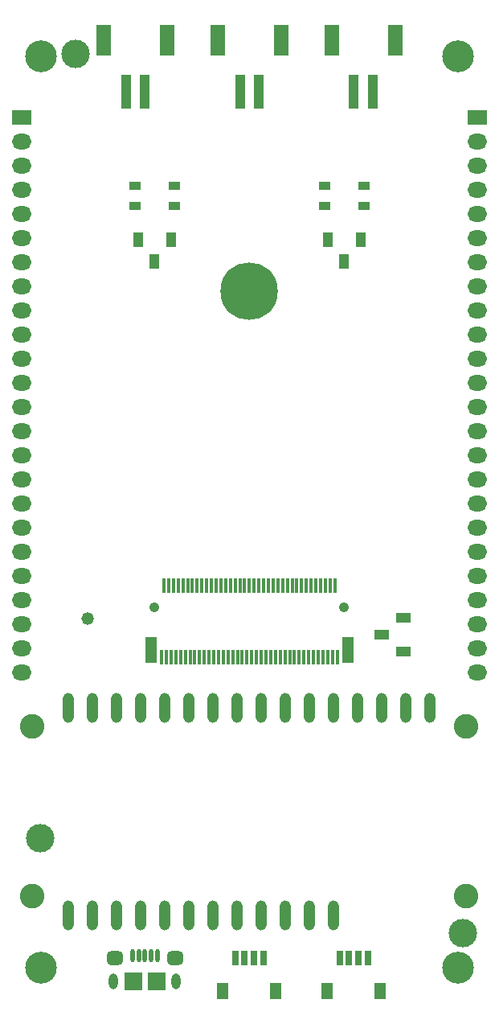
<source format=gts>
G04*
G04 #@! TF.GenerationSoftware,Altium Limited,Altium Designer,22.4.2 (48)*
G04*
G04 Layer_Color=8388736*
%FSLAX25Y25*%
%MOIN*%
G70*
G04*
G04 #@! TF.SameCoordinates,63F2D315-15D7-4541-B076-0863086383BD*
G04*
G04*
G04 #@! TF.FilePolarity,Negative*
G04*
G01*
G75*
%ADD26C,0.05197*%
%ADD27R,0.06496X0.04134*%
%ADD28R,0.02559X0.06299*%
%ADD29R,0.04921X0.06890*%
%ADD30R,0.06102X0.12795*%
%ADD31R,0.04134X0.13976*%
%ADD32R,0.01378X0.06299*%
%ADD33R,0.04921X0.11024*%
%ADD34O,0.01772X0.05512*%
%ADD35R,0.07677X0.07284*%
G04:AMPARAMS|DCode=36|XSize=64.96mil|YSize=57.09mil|CornerRadius=14.76mil|HoleSize=0mil|Usage=FLASHONLY|Rotation=180.000|XOffset=0mil|YOffset=0mil|HoleType=Round|Shape=RoundedRectangle|*
%AMROUNDEDRECTD36*
21,1,0.06496,0.02756,0,0,180.0*
21,1,0.03543,0.05709,0,0,180.0*
1,1,0.02953,-0.01772,0.01378*
1,1,0.02953,0.01772,0.01378*
1,1,0.02953,0.01772,-0.01378*
1,1,0.02953,-0.01772,-0.01378*
%
%ADD36ROUNDEDRECTD36*%
%ADD37R,0.04921X0.03347*%
%ADD38R,0.04134X0.06496*%
%ADD39C,0.11811*%
G04:AMPARAMS|DCode=40|XSize=47.64mil|YSize=124.02mil|CornerRadius=23.82mil|HoleSize=0mil|Usage=FLASHONLY|Rotation=0.000|XOffset=0mil|YOffset=0mil|HoleType=Round|Shape=RoundedRectangle|*
%AMROUNDEDRECTD40*
21,1,0.04764,0.07638,0,0,0.0*
21,1,0.00000,0.12402,0,0,0.0*
1,1,0.04764,0.00000,-0.03819*
1,1,0.04764,0.00000,-0.03819*
1,1,0.04764,0.00000,0.03819*
1,1,0.04764,0.00000,0.03819*
%
%ADD40ROUNDEDRECTD40*%
G04:AMPARAMS|DCode=41|XSize=45.28mil|YSize=124.02mil|CornerRadius=22.64mil|HoleSize=0mil|Usage=FLASHONLY|Rotation=0.000|XOffset=0mil|YOffset=0mil|HoleType=Round|Shape=RoundedRectangle|*
%AMROUNDEDRECTD41*
21,1,0.04528,0.07874,0,0,0.0*
21,1,0.00000,0.12402,0,0,0.0*
1,1,0.04528,0.00000,-0.03937*
1,1,0.04528,0.00000,-0.03937*
1,1,0.04528,0.00000,0.03937*
1,1,0.04528,0.00000,0.03937*
%
%ADD41ROUNDEDRECTD41*%
%ADD42C,0.04134*%
%ADD43O,0.03740X0.06496*%
%ADD44C,0.23819*%
%ADD45O,0.08071X0.06496*%
%ADD46R,0.08071X0.06496*%
%ADD47C,0.10197*%
%ADD48C,0.13189*%
D26*
X33000Y158500D02*
D03*
D27*
X154972Y152000D02*
D03*
X164028Y145110D02*
D03*
Y158890D02*
D03*
D28*
X137402Y18067D02*
D03*
X149213D02*
D03*
X145276D02*
D03*
X141339D02*
D03*
X94095D02*
D03*
X105905D02*
D03*
X101969D02*
D03*
X98032D02*
D03*
D29*
X132283Y4161D02*
D03*
X154331D02*
D03*
X88976D02*
D03*
X111024D02*
D03*
D30*
X113189Y398425D02*
D03*
X86811D02*
D03*
X65945D02*
D03*
X39567D02*
D03*
X160433D02*
D03*
X134055D02*
D03*
D31*
X103937Y376969D02*
D03*
X96063D02*
D03*
X56693D02*
D03*
X48819D02*
D03*
X151181D02*
D03*
X143307D02*
D03*
D32*
X69488Y142618D02*
D03*
X67520D02*
D03*
X71457D02*
D03*
X63583D02*
D03*
X65551D02*
D03*
X79331D02*
D03*
X77362D02*
D03*
X81299D02*
D03*
X73425D02*
D03*
X75394D02*
D03*
X85236D02*
D03*
X83268D02*
D03*
X87205D02*
D03*
X89173D02*
D03*
X97047D02*
D03*
X95079D02*
D03*
X99016D02*
D03*
X91142D02*
D03*
X93110D02*
D03*
X64567Y172343D02*
D03*
X66535D02*
D03*
X68504D02*
D03*
X70472D02*
D03*
X80315D02*
D03*
X78347D02*
D03*
X82284D02*
D03*
X72441D02*
D03*
X74410D02*
D03*
X76378D02*
D03*
X86221D02*
D03*
X84252D02*
D03*
X88189D02*
D03*
X90158D02*
D03*
X98032D02*
D03*
X96063D02*
D03*
X100000D02*
D03*
X92126D02*
D03*
X94095D02*
D03*
X106890Y142618D02*
D03*
X104921D02*
D03*
X108858D02*
D03*
X100984D02*
D03*
X102953D02*
D03*
X116732D02*
D03*
X114764D02*
D03*
X118701D02*
D03*
X110827D02*
D03*
X112795D02*
D03*
X126575D02*
D03*
X124606D02*
D03*
X128543D02*
D03*
X120669D02*
D03*
X122638D02*
D03*
X132480D02*
D03*
X130512D02*
D03*
X134449D02*
D03*
X136417D02*
D03*
X107874Y172343D02*
D03*
X105905D02*
D03*
X109843D02*
D03*
X101969D02*
D03*
X103937D02*
D03*
X115748D02*
D03*
X111811D02*
D03*
X113779D02*
D03*
X117717D02*
D03*
X121653D02*
D03*
X119685D02*
D03*
X123622D02*
D03*
X125591D02*
D03*
X133465D02*
D03*
X131496D02*
D03*
X135433D02*
D03*
X127559D02*
D03*
X129528D02*
D03*
D33*
X59252Y145669D02*
D03*
X140748D02*
D03*
D34*
X59252Y18799D02*
D03*
X61811D02*
D03*
X51575D02*
D03*
X54134D02*
D03*
X56693D02*
D03*
D35*
X51968Y8268D02*
D03*
X61417D02*
D03*
D36*
X44094Y17913D02*
D03*
X69291D02*
D03*
D37*
X147539Y329626D02*
D03*
X131201D02*
D03*
X147539Y338090D02*
D03*
X131201D02*
D03*
X68799Y329626D02*
D03*
X52461D02*
D03*
X68799Y338090D02*
D03*
X52461D02*
D03*
D38*
X139370Y306472D02*
D03*
X146260Y315528D02*
D03*
X132480D02*
D03*
X60630Y306472D02*
D03*
X67520Y315528D02*
D03*
X53740D02*
D03*
D39*
X188500Y28254D02*
D03*
X13246Y67500D02*
D03*
X27746Y392500D02*
D03*
D40*
X175000Y121740D02*
D03*
D41*
X115000D02*
D03*
X125000D02*
D03*
X135000D02*
D03*
X145000D02*
D03*
X155000D02*
D03*
X165000D02*
D03*
X105000D02*
D03*
X95000D02*
D03*
X85000D02*
D03*
X75000D02*
D03*
X65000D02*
D03*
X55000D02*
D03*
X45000D02*
D03*
X35000D02*
D03*
X25000D02*
D03*
X135000Y35740D02*
D03*
X25000D02*
D03*
X35000D02*
D03*
X45000D02*
D03*
X55000D02*
D03*
X65000D02*
D03*
X75000D02*
D03*
X85000D02*
D03*
X95000D02*
D03*
X105000D02*
D03*
X115000D02*
D03*
X125000D02*
D03*
D42*
X60630Y163386D02*
D03*
X139370D02*
D03*
D43*
X43701Y8268D02*
D03*
X69685D02*
D03*
D44*
X100000Y294291D02*
D03*
D45*
X5512Y136142D02*
D03*
Y146142D02*
D03*
Y156142D02*
D03*
Y166142D02*
D03*
Y176142D02*
D03*
Y186142D02*
D03*
Y196142D02*
D03*
Y206142D02*
D03*
Y216142D02*
D03*
Y226142D02*
D03*
Y236142D02*
D03*
Y246142D02*
D03*
Y256142D02*
D03*
Y266142D02*
D03*
Y276142D02*
D03*
Y286142D02*
D03*
Y296142D02*
D03*
Y306142D02*
D03*
Y316142D02*
D03*
Y326142D02*
D03*
Y336142D02*
D03*
Y346142D02*
D03*
Y356142D02*
D03*
X194488Y136142D02*
D03*
Y146142D02*
D03*
Y156142D02*
D03*
Y166142D02*
D03*
Y176142D02*
D03*
Y186142D02*
D03*
Y196142D02*
D03*
Y206142D02*
D03*
Y216142D02*
D03*
Y226142D02*
D03*
Y236142D02*
D03*
Y246142D02*
D03*
Y256142D02*
D03*
Y266142D02*
D03*
Y276142D02*
D03*
Y286142D02*
D03*
Y296142D02*
D03*
Y306142D02*
D03*
Y316142D02*
D03*
Y326142D02*
D03*
Y336142D02*
D03*
Y346142D02*
D03*
Y356142D02*
D03*
D46*
X5512Y366142D02*
D03*
X194488D02*
D03*
D47*
X10000Y43740D02*
D03*
Y114016D02*
D03*
X190000D02*
D03*
Y43740D02*
D03*
D48*
X186614Y391732D02*
D03*
X13386Y13780D02*
D03*
X186614D02*
D03*
X13386Y391732D02*
D03*
M02*

</source>
